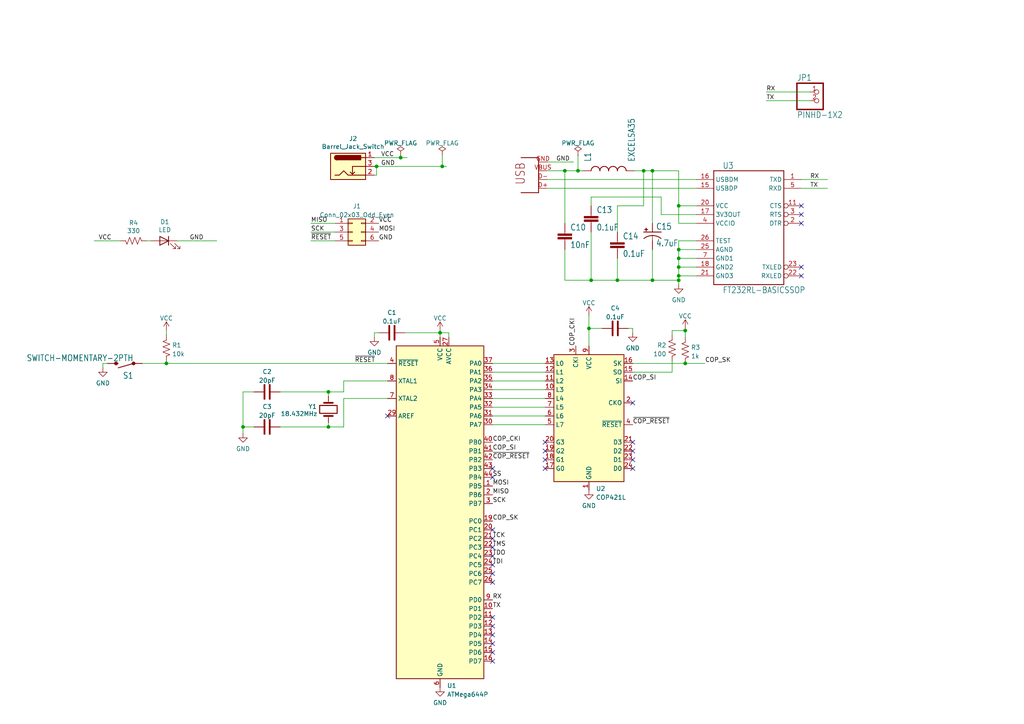
<source format=kicad_sch>
(kicad_sch (version 20211123) (generator eeschema)
  (paper "A4")
  (title_block (title "COP421 Reader") (company "RuleCity LLC"))
  (lib_symbols
    (symbol "Connector:Barrel_Jack_Switch" (pin_names hide)
      (property "Reference" "J" (at 0 5.334 0))
      (property "Value" "Barrel_Jack_Switch" (at 0 -5.08 0))
      (symbol "Barrel_Jack_Switch_0_1"
        (rectangle (start -5.08 3.81) (end 5.08 -3.81) (stroke (width 0.254)) (fill (type background)))
        (arc (start -3.302 3.175) (mid -3.937 2.54) (end -3.302 1.905) (stroke (width 0.254)))
        (arc (start -3.302 3.175) (mid -3.937 2.54) (end -3.302 1.905) (stroke (width 0.254)) (fill (type outline)))
        (polyline (pts (xy 1.27 -2.286) (xy 1.905 -1.651)) (stroke (width 0.254)))
        (polyline (pts (xy 5.08 2.54) (xy 3.81 2.54)) (stroke (width 0.254)))
        (polyline (pts (xy 5.08 0) (xy 1.27 0) (xy 1.27 -2.286) (xy 0.635 -1.651)) (stroke (width 0.254)))
        (polyline (pts (xy -3.81 -2.54) (xy -2.54 -2.54) (xy -1.27 -1.27) (xy 0 -2.54) (xy 2.54 -2.54) (xy 5.08 -2.54)) (stroke (width 0.254)))
        (rectangle (start 3.683 3.175) (end -3.302 1.905) (stroke (width 0.254)) (fill (type outline)))
      )
      (symbol "Barrel_Jack_Switch_1_1"
        (pin passive line (at 7.62 2.54 180) (length 2.54) (name "~") (number "1"))
        (pin passive line (at 7.62 -2.54 180) (length 2.54) (name "~") (number "2"))
        (pin passive line (at 7.62 0 180) (length 2.54) (name "~") (number "3"))
      )
    )
    (symbol "Connector_Generic:Conn_02x03_Odd_Even" (pin_names (offset 1.016) hide)
      (property "Reference" "J" (at 1.27 5.08 0))
      (property "Value" "Conn_02x03_Odd_Even" (at 1.27 -5.08 0))
      (symbol "Conn_02x03_Odd_Even_1_1"
        (rectangle (start -1.27 -2.413) (end 0 -2.667) (stroke (width 0.1524)))
        (rectangle (start -1.27 0.127) (end 0 -0.127) (stroke (width 0.1524)))
        (rectangle (start -1.27 2.667) (end 0 2.413) (stroke (width 0.1524)))
        (rectangle (start -1.27 3.81) (end 3.81 -3.81) (stroke (width 0.254)) (fill (type background)))
        (rectangle (start 3.81 -2.413) (end 2.54 -2.667) (stroke (width 0.1524)))
        (rectangle (start 3.81 0.127) (end 2.54 -0.127) (stroke (width 0.1524)))
        (rectangle (start 3.81 2.667) (end 2.54 2.413) (stroke (width 0.1524)))
        (pin passive line (at -5.08 2.54 0) (length 3.81) (name "Pin_1") (number "1"))
        (pin passive line (at 7.62 2.54 180) (length 3.81) (name "Pin_2") (number "2"))
        (pin passive line (at -5.08 0 0) (length 3.81) (name "Pin_3") (number "3"))
        (pin passive line (at 7.62 0 180) (length 3.81) (name "Pin_4") (number "4"))
        (pin passive line (at -5.08 -2.54 0) (length 3.81) (name "Pin_5") (number "5"))
        (pin passive line (at 7.62 -2.54 180) (length 3.81) (name "Pin_6") (number "6"))
      )
    )
    (symbol "Device:C" (pin_numbers hide) (pin_names (offset 0.254))
      (property "Reference" "C" (at 0.635 2.54 0))
      (property "Value" "C" (at 0.635 -2.54 0))
      (symbol "C_0_1"
        (polyline (pts (xy -2.032 -0.762) (xy 2.032 -0.762)) (stroke (width 0.508)))
        (polyline (pts (xy -2.032 0.762) (xy 2.032 0.762)) (stroke (width 0.508)))
      )
      (symbol "C_1_1"
        (pin passive line (at 0 3.81 270) (length 2.794) (name "~") (number "1"))
        (pin passive line (at 0 -3.81 90) (length 2.794) (name "~") (number "2"))
      )
    )
    (symbol "Device:Crystal" (pin_numbers hide) (pin_names (offset 1.016) hide)
      (property "Reference" "Y" (at 0 3.81 0))
      (property "Value" "Crystal" (at 0 -3.81 0))
      (symbol "Crystal_0_1"
        (rectangle (start -1.143 2.54) (end 1.143 -2.54) (stroke (width 0.3048)))
        (polyline (pts (xy -2.54 0) (xy -1.905 0)))
        (polyline (pts (xy -1.905 -1.27) (xy -1.905 1.27)) (stroke (width 0.508)))
        (polyline (pts (xy 1.905 -1.27) (xy 1.905 1.27)) (stroke (width 0.508)))
        (polyline (pts (xy 2.54 0) (xy 1.905 0)))
      )
      (symbol "Crystal_1_1"
        (pin passive line (at -3.81 0 0) (length 1.27) (name "1") (number "1"))
        (pin passive line (at 3.81 0 180) (length 1.27) (name "2") (number "2"))
      )
    )
    (symbol "Device:LED" (pin_numbers hide) (pin_names (offset 1.016) hide)
      (property "Reference" "D" (at 0 2.54 0))
      (property "Value" "LED" (at 0 -2.54 0))
      (symbol "LED_0_1"
        (polyline (pts (xy -1.27 -1.27) (xy -1.27 1.27)) (stroke (width 0.254)))
        (polyline (pts (xy -1.27 0) (xy 1.27 0)))
        (polyline (pts (xy 1.27 -1.27) (xy 1.27 1.27) (xy -1.27 0) (xy 1.27 -1.27)) (stroke (width 0.254)))
        (polyline (pts (xy -3.048 -0.762) (xy -4.572 -2.286) (xy -3.81 -2.286) (xy -4.572 -2.286) (xy -4.572 -1.524)))
        (polyline (pts (xy -1.778 -0.762) (xy -3.302 -2.286) (xy -2.54 -2.286) (xy -3.302 -2.286) (xy -3.302 -1.524)))
      )
      (symbol "LED_1_1"
        (pin passive line (at -3.81 0 0) (length 2.54) (name "K") (number "1"))
        (pin passive line (at 3.81 0 180) (length 2.54) (name "A") (number "2"))
      )
    )
    (symbol "Device:R_US" (pin_numbers hide) (pin_names (offset 0))
      (property "Reference" "R" (at 2.54 0 90))
      (property "Value" "R_US" (at -2.54 0 90))
      (symbol "R_US_0_1"
        (polyline (pts (xy 0 -2.286) (xy 0 -2.54)))
        (polyline (pts (xy 0 2.286) (xy 0 2.54)))
        (polyline (pts (xy 0 -0.762) (xy 1.016 -1.143) (xy 0 -1.524) (xy -1.016 -1.905) (xy 0 -2.286)))
        (polyline (pts (xy 0 0.762) (xy 1.016 0.381) (xy 0 0) (xy -1.016 -0.381) (xy 0 -0.762)))
        (polyline (pts (xy 0 2.286) (xy 1.016 1.905) (xy 0 1.524) (xy -1.016 1.143) (xy 0 0.762)))
      )
      (symbol "R_US_1_1"
        (pin passive line (at 0 3.81 270) (length 1.27) (name "~") (number "1"))
        (pin passive line (at 0 -3.81 90) (length 1.27) (name "~") (number "2"))
      )
    )
    (symbol "MCU_Microchip_ATmega:ATmega644P-20A"
      (property "Reference" "U" (at -12.7 49.53 0))
      (property "Value" "ATmega644P-20A" (at 2.54 -49.53 0))
      (symbol "ATmega644P-20A_0_1"
        (rectangle (start -12.7 -48.26) (end 12.7 48.26) (stroke (width 0.254)) (fill (type background)))
      )
      (symbol "ATmega644P-20A_1_1"
        (pin bidirectional line (at 15.24 7.62 180) (length 2.54) (name "PB5") (number "1"))
        (pin bidirectional line (at 15.24 -27.94 180) (length 2.54) (name "PD1") (number "10"))
        (pin bidirectional line (at 15.24 -30.48 180) (length 2.54) (name "PD2") (number "11"))
        (pin bidirectional line (at 15.24 -33.02 180) (length 2.54) (name "PD3") (number "12"))
        (pin bidirectional line (at 15.24 -35.56 180) (length 2.54) (name "PD4") (number "13"))
        (pin bidirectional line (at 15.24 -38.1 180) (length 2.54) (name "PD5") (number "14"))
        (pin bidirectional line (at 15.24 -40.64 180) (length 2.54) (name "PD6") (number "15"))
        (pin bidirectional line (at 15.24 -43.18 180) (length 2.54) (name "PD7") (number "16"))
        (pin passive line (at 0 50.8 270) (length 2.54) hide (name "VCC") (number "17"))
        (pin passive line (at 0 -50.8 90) (length 2.54) hide (name "GND") (number "18"))
        (pin bidirectional line (at 15.24 -2.54 180) (length 2.54) (name "PC0") (number "19"))
        (pin bidirectional line (at 15.24 5.08 180) (length 2.54) (name "PB6") (number "2"))
        (pin bidirectional line (at 15.24 -5.08 180) (length 2.54) (name "PC1") (number "20"))
        (pin bidirectional line (at 15.24 -7.62 180) (length 2.54) (name "PC2") (number "21"))
        (pin bidirectional line (at 15.24 -10.16 180) (length 2.54) (name "PC3") (number "22"))
        (pin bidirectional line (at 15.24 -12.7 180) (length 2.54) (name "PC4") (number "23"))
        (pin bidirectional line (at 15.24 -15.24 180) (length 2.54) (name "PC5") (number "24"))
        (pin bidirectional line (at 15.24 -17.78 180) (length 2.54) (name "PC6") (number "25"))
        (pin bidirectional line (at 15.24 -20.32 180) (length 2.54) (name "PC7") (number "26"))
        (pin power_in line (at 2.54 50.8 270) (length 2.54) (name "AVCC") (number "27"))
        (pin passive line (at 0 -50.8 90) (length 2.54) hide (name "GND") (number "28"))
        (pin passive line (at -15.24 27.94 0) (length 2.54) (name "AREF") (number "29"))
        (pin bidirectional line (at 15.24 2.54 180) (length 2.54) (name "PB7") (number "3"))
        (pin bidirectional line (at 15.24 25.4 180) (length 2.54) (name "PA7") (number "30"))
        (pin bidirectional line (at 15.24 27.94 180) (length 2.54) (name "PA6") (number "31"))
        (pin bidirectional line (at 15.24 30.48 180) (length 2.54) (name "PA5") (number "32"))
        (pin bidirectional line (at 15.24 33.02 180) (length 2.54) (name "PA4") (number "33"))
        (pin bidirectional line (at 15.24 35.56 180) (length 2.54) (name "PA3") (number "34"))
        (pin bidirectional line (at 15.24 38.1 180) (length 2.54) (name "PA2") (number "35"))
        (pin bidirectional line (at 15.24 40.64 180) (length 2.54) (name "PA1") (number "36"))
        (pin bidirectional line (at 15.24 43.18 180) (length 2.54) (name "PA0") (number "37"))
        (pin passive line (at 0 50.8 270) (length 2.54) hide (name "VCC") (number "38"))
        (pin passive line (at 0 -50.8 90) (length 2.54) hide (name "GND") (number "39"))
        (pin input line (at -15.24 43.18 0) (length 2.54) (name "~{RESET}") (number "4"))
        (pin bidirectional line (at 15.24 20.32 180) (length 2.54) (name "PB0") (number "40"))
        (pin bidirectional line (at 15.24 17.78 180) (length 2.54) (name "PB1") (number "41"))
        (pin bidirectional line (at 15.24 15.24 180) (length 2.54) (name "PB2") (number "42"))
        (pin bidirectional line (at 15.24 12.7 180) (length 2.54) (name "PB3") (number "43"))
        (pin bidirectional line (at 15.24 10.16 180) (length 2.54) (name "PB4") (number "44"))
        (pin power_in line (at 0 50.8 270) (length 2.54) (name "VCC") (number "5"))
        (pin power_in line (at 0 -50.8 90) (length 2.54) (name "GND") (number "6"))
        (pin output line (at -15.24 33.02 0) (length 2.54) (name "XTAL2") (number "7"))
        (pin input line (at -15.24 38.1 0) (length 2.54) (name "XTAL1") (number "8"))
        (pin bidirectional line (at 15.24 -25.4 180) (length 2.54) (name "PD0") (number "9"))
      )
    )
    (symbol "StarRiderControls-eagle-import:CAP1206"
      (property "Reference" "C" (at 1.524 2.921 0))
      (property "Value" "CAP1206" (at 1.524 -2.159 0))
      (symbol "CAP1206_1_0"
        (rectangle (start -2.032 0.508) (end 2.032 1.016) (fill (type outline)))
        (rectangle (start -2.032 1.524) (end 2.032 2.032) (fill (type outline)))
        (polyline (pts (xy 0 0) (xy 0 0.508)) (stroke (width 0.1524)))
        (polyline (pts (xy 0 2.54) (xy 0 2.032)) (stroke (width 0.1524)))
        (pin passive line (at 0 5.08 270) (length 2.54) (name "1") (number "1"))
        (pin passive line (at 0 -2.54 90) (length 2.54) (name "2") (number "2"))
      )
    )
    (symbol "StarRiderControls-eagle-import:CAP_POL1206"
      (property "Reference" "C" (at 1.016 0.635 0))
      (property "Value" "CAP_POL1206" (at 1.016 -4.191 0))
      (symbol "CAP_POL1206_1_0"
        (rectangle (start -2.253 0.668) (end -1.364 0.795) (fill (type outline)))
        (rectangle (start -1.872 0.287) (end -1.745 1.176) (fill (type outline)))
        (arc (start 0 -1.0161) (mid -1.3021 -1.2302) (end -2.4669 -1.8504) (stroke (width 0.254)))
        (polyline (pts (xy -2.54 0) (xy 2.54 0)) (stroke (width 0.254)))
        (polyline (pts (xy 0 -1.016) (xy 0 -2.54)) (stroke (width 0.1524)))
        (arc (start 2.4892 -1.8542) (mid 1.3158 -1.2195) (end 0 -1) (stroke (width 0.254)))
        (pin passive line (at 0 2.54 270) (length 2.54) (name "+") (number "A"))
        (pin passive line (at 0 -5.08 90) (length 2.54) (name "-") (number "C"))
      )
    )
    (symbol "StarRiderControls-eagle-import:COP421L"
      (property "Reference" "U" (at -8.89 34.29 0))
      (property "Value" "COP421L" (at 10.16 34.29 0))
      (symbol "COP421L_0_1"
        (rectangle (start -10.16 33.02) (end 10.16 -3.81) (stroke (width 0.254)) (fill (type background)))
      )
      (symbol "COP421L_1_1"
        (pin power_in line (at 0 -6.35 90) (length 2.54) (name "GND") (number "1"))
        (pin bidirectional line (at -12.7 22.86 0) (length 2.54) (name "L3") (number "10"))
        (pin bidirectional line (at -12.7 25.4 0) (length 2.54) (name "L2") (number "11"))
        (pin bidirectional line (at -12.7 27.94 0) (length 2.54) (name "L1") (number "12"))
        (pin bidirectional line (at -12.7 30.48 0) (length 2.54) (name "L0") (number "13"))
        (pin input line (at 12.7 25.4 180) (length 2.54) (name "SI") (number "14"))
        (pin output line (at 12.7 27.94 180) (length 2.54) (name "SO") (number "15"))
        (pin output line (at 12.7 30.48 180) (length 2.54) (name "SK") (number "16"))
        (pin bidirectional line (at -12.7 0 0) (length 2.54) (name "G0") (number "17"))
        (pin bidirectional line (at -12.7 2.54 0) (length 2.54) (name "G1") (number "18"))
        (pin bidirectional line (at -12.7 5.08 0) (length 2.54) (name "G2") (number "19"))
        (pin input line (at 12.7 19.05 180) (length 2.54) (name "CKO") (number "2"))
        (pin bidirectional line (at -12.7 7.62 0) (length 2.54) (name "G3") (number "20"))
        (pin output line (at 12.7 7.62 180) (length 2.54) (name "D3") (number "21"))
        (pin output line (at 12.7 5.08 180) (length 2.54) (name "D2") (number "22"))
        (pin output line (at 12.7 2.54 180) (length 2.54) (name "D1") (number "23"))
        (pin output line (at 12.7 0 180) (length 2.54) (name "D0") (number "24"))
        (pin input line (at -3.81 35.56 270) (length 2.54) (name "CKI") (number "3"))
        (pin input line (at 12.7 12.7 180) (length 2.54) (name "~{RESET}") (number "4"))
        (pin bidirectional line (at -12.7 12.7 0) (length 2.54) (name "L7") (number "5"))
        (pin bidirectional line (at -12.7 15.24 0) (length 2.54) (name "L6") (number "6"))
        (pin bidirectional line (at -12.7 17.78 0) (length 2.54) (name "L5") (number "7"))
        (pin bidirectional line (at -12.7 20.32 0) (length 2.54) (name "L4") (number "8"))
        (pin power_in line (at 0 35.56 270) (length 2.54) (name "VCC") (number "9"))
      )
    )
    (symbol "StarRiderControls-eagle-import:EXCELSA35"
      (property "Value" "EXCELSA35" (at 2.54 -7.62 0))
      (symbol "EXCELSA35_1_0"
        (arc (start 0 -5.08) (mid 1.27 -3.81) (end 0 -2.54) (stroke (width 0.254)))
        (arc (start 0 -2.54) (mid 1.27 -1.27) (end 0 0) (stroke (width 0.254)))
        (arc (start 0 0) (mid 1.27 1.27) (end 0 2.54) (stroke (width 0.254)))
        (arc (start 0 2.54) (mid 1.27 3.81) (end 0 5.08) (stroke (width 0.254)))
        (pin passive line (at 0 7.62 270) (length 2.54) (name "1") (number "P1"))
        (pin passive line (at 0 -7.62 90) (length 2.54) (name "2") (number "P2"))
      )
    )
    (symbol "StarRiderControls-eagle-import:FT232RL-BASICSSOP"
      (property "Reference" "U" (at -7.62 15.748 0))
      (property "Value" "FT232RL-BASICSSOP" (at -7.62 -20.32 0))
      (symbol "FT232RL-BASICSSOP_1_0"
        (polyline (pts (xy -10.16 -17.78) (xy -10.16 15.24)) (stroke (width 0.254)))
        (polyline (pts (xy -10.16 15.24) (xy 10.16 15.24)) (stroke (width 0.254)))
        (polyline (pts (xy 10.16 -17.78) (xy -10.16 -17.78)) (stroke (width 0.254)))
        (polyline (pts (xy 10.16 15.24) (xy 10.16 -17.78)) (stroke (width 0.254)))
        (pin output line (at 15.24 12.7 180) (length 5.08) (name "TXD") (number "1"))
        (pin bidirectional inverted (at 15.24 5.08 180) (length 5.08) (name "CTS") (number "11"))
        (pin bidirectional line (at -15.24 10.16 0) (length 5.08) (name "USBDP") (number "15"))
        (pin bidirectional line (at -15.24 12.7 0) (length 5.08) (name "USBDM") (number "16"))
        (pin output line (at -15.24 2.54 0) (length 5.08) (name "3V3OUT") (number "17"))
        (pin power_in line (at -15.24 -12.7 0) (length 5.08) (name "GND2") (number "18"))
        (pin bidirectional inverted (at 15.24 0 180) (length 5.08) (name "DTR") (number "2"))
        (pin power_in line (at -15.24 5.08 0) (length 5.08) (name "VCC") (number "20"))
        (pin power_in line (at -15.24 -15.24 0) (length 5.08) (name "GND3") (number "21"))
        (pin bidirectional inverted (at 15.24 -15.24 180) (length 5.08) (name "RXLED") (number "22"))
        (pin bidirectional inverted (at 15.24 -12.7 180) (length 5.08) (name "TXLED") (number "23"))
        (pin power_in line (at -15.24 -7.62 0) (length 5.08) (name "AGND") (number "25"))
        (pin input line (at -15.24 -5.08 0) (length 5.08) (name "TEST") (number "26"))
        (pin bidirectional inverted (at 15.24 2.54 180) (length 5.08) (name "RTS") (number "3"))
        (pin power_in line (at -15.24 0 0) (length 5.08) (name "VCCIO") (number "4"))
        (pin input line (at 15.24 10.16 180) (length 5.08) (name "RXD") (number "5"))
        (pin power_in line (at -15.24 -10.16 0) (length 5.08) (name "GND1") (number "7"))
      )
    )
    (symbol "StarRiderControls-eagle-import:PINHD-1X2"
      (property "Reference" "JP" (at -6.35 5.715 0))
      (property "Value" "PINHD-1X2" (at -6.35 -5.08 0))
      (symbol "PINHD-1X2_1_0"
        (polyline (pts (xy -6.35 -2.54) (xy 1.27 -2.54)) (stroke (width 0.4064)))
        (polyline (pts (xy -6.35 5.08) (xy -6.35 -2.54)) (stroke (width 0.4064)))
        (polyline (pts (xy 1.27 -2.54) (xy 1.27 5.08)) (stroke (width 0.4064)))
        (polyline (pts (xy 1.27 5.08) (xy -6.35 5.08)) (stroke (width 0.4064)))
        (pin passive inverted (at -2.54 2.54 0) (length 2.54) (name "1") (number "1"))
        (pin passive inverted (at -2.54 0 0) (length 2.54) (name "2") (number "2"))
      )
    )
    (symbol "StarRiderControls-eagle-import:SWITCH-MOMENTARY-2PTH"
      (property "Reference" "S" (at -2.54 2.54 0))
      (property "Value" "SWITCH-MOMENTARY-2PTH" (at -2.54 -2.54 0))
      (symbol "SWITCH-MOMENTARY-2PTH_1_0"
        (circle (center -2.54 0) (radius 0.127) (stroke (width 0.4064)))
        (polyline (pts (xy -2.54 0) (xy 1.905 1.27)) (stroke (width 0.254)))
        (polyline (pts (xy 1.905 0) (xy 2.54 0)) (stroke (width 0.254)))
        (circle (center 2.54 0) (radius 0.127) (stroke (width 0.4064)))
        (pin passive line (at -5.08 0 0) (length 2.54) (name "1") (number "1"))
        (pin passive line (at 5.08 0 180) (length 2.54) (name "2") (number "3"))
      )
    )
    (symbol "StarRiderControls-eagle-import:USBPTH"
      (symbol "USBPTH_1_0"
        (polyline (pts (xy 0 -1.27) (xy 5.08 -1.27)) (stroke (width 0.254)))
        (polyline (pts (xy 0 8.89) (xy 0 -1.27)) (stroke (width 0.254)))
        (polyline (pts (xy 5.08 8.89) (xy 0 8.89)) (stroke (width 0.254)))
        (text "USB" (at 3.81 0 900) (effects (font (size 2.54 2.159)) (justify left bottom)))
        (pin bidirectional line (at -2.54 7.62 0) (length 2.54) (name "D+") (number "D+"))
        (pin bidirectional line (at -2.54 5.08 0) (length 2.54) (name "D-") (number "D-"))
        (pin power_in line (at -2.54 0 0) (length 2.54) (name "GND") (number "GND"))
        (pin power_in line (at -2.54 2.54 0) (length 2.54) (name "VBUS") (number "VBUS"))
      )
    )
    (symbol "power:GND" (power) (pin_names (offset 0))
      (property "Value" "GND" (at 0 -3.81 0))
      (symbol "GND_0_1"
        (polyline (pts (xy 0 0) (xy 0 -1.27) (xy 1.27 -1.27) (xy 0 -2.54) (xy -1.27 -1.27) (xy 0 -1.27)))
      )
      (symbol "GND_1_1"
        (pin power_in line (at 0 0 270) (length 0) hide (name "GND") (number "1"))
      )
    )
    (symbol "power:PWR_FLAG" (power) (pin_numbers hide) (pin_names (offset 0) hide)
      (property "Value" "PWR_FLAG" (at 0 3.81 0))
      (symbol "PWR_FLAG_0_0"
        (pin power_out line (at 0 0 90) (length 0) (name "pwr") (number "1"))
      )
      (symbol "PWR_FLAG_0_1"
        (polyline (pts (xy 0 0) (xy 0 1.27) (xy -1.016 1.905) (xy 0 2.54) (xy 1.016 1.905) (xy 0 1.27)))
      )
    )
    (symbol "power:VCC" (power) (pin_names (offset 0))
      (property "Value" "VCC" (at 0 3.81 0))
      (symbol "VCC_0_1"
        (polyline (pts (xy -0.762 1.27) (xy 0 2.54)))
        (polyline (pts (xy 0 0) (xy 0 2.54)))
        (polyline (pts (xy 0 2.54) (xy 0.762 1.27)))
      )
      (symbol "VCC_1_1"
        (pin power_in line (at 0 0 90) (length 0) hide (name "VCC") (number "1"))
      )
    )
  )
  (junction (at 196.85 77.47))
  (junction (at 170.815 95.25))
  (junction (at 189.23 49.53))
  (junction (at 179.07 81.28))
  (junction (at 198.755 95.885))
  (junction (at 167.64 49.53))
  (junction (at 196.85 80.01))
  (junction (at 48.26 105.41))
  (junction (at 127.635 96.52))
  (junction (at 95.25 123.825))
  (junction (at 196.85 81.28))
  (junction (at 171.45 81.28))
  (junction (at 196.85 72.39))
  (junction (at 163.83 49.53))
  (junction (at 70.485 123.825))
  (junction (at 196.85 59.69))
  (junction (at 128.27 48.26))
  (junction (at 189.23 81.28))
  (junction (at 198.755 105.41))
  (junction (at 196.85 74.93))
  (junction (at 109.22 48.26))
  (junction (at 95.25 113.665))
  (junction (at 186.69 49.53))
  (junction (at 116.205 45.72))
  (no_connect (at 142.875 189.23))
  (no_connect (at 232.41 59.69))
  (no_connect (at 158.115 135.89))
  (no_connect (at 158.115 130.81))
  (no_connect (at 158.115 133.35))
  (no_connect (at 232.41 80.01))
  (no_connect (at 142.875 181.61))
  (no_connect (at 232.41 77.47))
  (no_connect (at 158.115 128.27))
  (no_connect (at 142.875 156.21))
  (no_connect (at 232.41 62.23))
  (no_connect (at 142.875 166.37))
  (no_connect (at 142.875 168.91))
  (no_connect (at 142.875 191.77))
  (no_connect (at 142.875 161.29))
  (no_connect (at 142.875 186.69))
  (no_connect (at 142.875 163.83))
  (no_connect (at 183.515 133.35))
  (no_connect (at 142.875 158.75))
  (no_connect (at 142.875 135.89))
  (no_connect (at 232.41 64.77))
  (no_connect (at 183.515 130.81))
  (no_connect (at 142.875 153.67))
  (no_connect (at 183.515 135.89))
  (no_connect (at 142.875 138.43))
  (no_connect (at 142.875 179.07))
  (no_connect (at 112.395 120.65))
  (no_connect (at 142.875 184.15))
  (no_connect (at 183.515 116.84))
  (no_connect (at 183.515 128.27))
  (wire (pts (xy 130.175 96.52) (xy 127.635 96.52)))
  (wire (pts (xy 189.23 64.77) (xy 189.23 49.53)))
  (wire (pts (xy 117.475 96.52) (xy 127.635 96.52)))
  (wire (pts (xy 196.85 81.28) (xy 189.23 81.28)))
  (wire (pts (xy 142.875 118.11) (xy 158.115 118.11)))
  (wire (pts (xy 183.515 107.95) (xy 194.945 107.95)))
  (wire (pts (xy 142.875 105.41) (xy 158.115 105.41)))
  (wire (pts (xy 128.27 48.26) (xy 129.54 48.26)))
  (wire (pts (xy 158.75 54.61) (xy 201.93 54.61)))
  (wire (pts (xy 158.75 46.99) (xy 166.37 46.99)))
  (wire (pts (xy 158.75 49.53) (xy 163.83 49.53)))
  (wire (pts (xy 29.845 105.41) (xy 31.115 105.41)))
  (wire (pts (xy 130.175 97.79) (xy 130.175 96.52)))
  (wire (pts (xy 201.93 74.93) (xy 196.85 74.93)))
  (wire (pts (xy 170.815 95.25) (xy 170.815 100.33)))
  (wire (pts (xy 201.93 72.39) (xy 196.85 72.39)))
  (wire (pts (xy 128.27 45.085) (xy 128.27 48.26)))
  (wire (pts (xy 163.83 72.39) (xy 163.83 81.28)))
  (wire (pts (xy 95.25 113.665) (xy 95.25 114.935)))
  (wire (pts (xy 189.23 49.53) (xy 196.85 49.53)))
  (wire (pts (xy 108.585 48.26) (xy 109.22 48.26)))
  (wire (pts (xy 108.585 97.79) (xy 108.585 96.52)))
  (wire (pts (xy 171.45 59.69) (xy 171.45 57.15)))
  (wire (pts (xy 232.41 52.07) (xy 240.03 52.07)))
  (wire (pts (xy 168.91 49.53) (xy 167.64 49.53)))
  (wire (pts (xy 234.95 29.21) (xy 222.25 29.21)))
  (wire (pts (xy 142.875 123.19) (xy 158.115 123.19)))
  (wire (pts (xy 194.945 95.885) (xy 198.755 95.885)))
  (wire (pts (xy 204.47 105.41) (xy 198.755 105.41)))
  (wire (pts (xy 99.695 123.825) (xy 95.25 123.825)))
  (wire (pts (xy 201.93 80.01) (xy 196.85 80.01)))
  (wire (pts (xy 171.45 57.15) (xy 191.77 57.15)))
  (wire (pts (xy 48.26 105.41) (xy 112.395 105.41)))
  (wire (pts (xy 232.41 54.61) (xy 240.03 54.61)))
  (wire (pts (xy 196.85 69.85) (xy 201.93 69.85)))
  (wire (pts (xy 163.83 64.77) (xy 163.83 49.53)))
  (wire (pts (xy 99.695 115.57) (xy 99.695 123.825)))
  (wire (pts (xy 196.85 80.01) (xy 196.85 77.47)))
  (wire (pts (xy 198.755 105.41) (xy 183.515 105.41)))
  (wire (pts (xy 109.22 48.26) (xy 128.27 48.26)))
  (wire (pts (xy 179.07 74.93) (xy 179.07 81.28)))
  (wire (pts (xy 70.485 123.825) (xy 70.485 113.665)))
  (wire (pts (xy 142.875 120.65) (xy 158.115 120.65)))
  (wire (pts (xy 201.93 77.47) (xy 196.85 77.47)))
  (wire (pts (xy 34.925 69.85) (xy 27.305 69.85)))
  (wire (pts (xy 142.875 110.49) (xy 158.115 110.49)))
  (wire (pts (xy 142.875 113.03) (xy 158.115 113.03)))
  (wire (pts (xy 48.26 105.41) (xy 41.275 105.41)))
  (wire (pts (xy 108.585 96.52) (xy 109.855 96.52)))
  (wire (pts (xy 109.22 48.26) (xy 109.22 50.8)))
  (wire (pts (xy 198.755 95.885) (xy 198.755 97.79)))
  (wire (pts (xy 171.45 67.31) (xy 171.45 81.28)))
  (wire (pts (xy 186.69 49.53) (xy 189.23 49.53)))
  (wire (pts (xy 116.205 45.085) (xy 116.205 45.72)))
  (wire (pts (xy 127.635 95.885) (xy 127.635 96.52)))
  (wire (pts (xy 158.75 52.07) (xy 201.93 52.07)))
  (wire (pts (xy 142.875 115.57) (xy 158.115 115.57)))
  (wire (pts (xy 95.25 113.665) (xy 81.28 113.665)))
  (wire (pts (xy 194.945 97.155) (xy 194.945 95.885)))
  (wire (pts (xy 51.435 69.85) (xy 62.865 69.85)))
  (wire (pts (xy 234.95 26.67) (xy 222.25 26.67)))
  (wire (pts (xy 42.545 69.85) (xy 43.815 69.85)))
  (wire (pts (xy 99.695 113.665) (xy 95.25 113.665)))
  (wire (pts (xy 48.26 104.775) (xy 48.26 105.41)))
  (wire (pts (xy 196.85 82.55) (xy 196.85 81.28)))
  (wire (pts (xy 191.77 57.15) (xy 191.77 62.23)))
  (wire (pts (xy 116.205 45.72) (xy 118.11 45.72)))
  (wire (pts (xy 189.23 72.39) (xy 189.23 81.28)))
  (wire (pts (xy 112.395 115.57) (xy 99.695 115.57)))
  (wire (pts (xy 196.85 64.77) (xy 201.93 64.77)))
  (wire (pts (xy 29.845 106.68) (xy 29.845 105.41)))
  (wire (pts (xy 179.07 81.28) (xy 171.45 81.28)))
  (wire (pts (xy 196.85 49.53) (xy 196.85 59.69)))
  (wire (pts (xy 99.695 110.49) (xy 99.695 113.665)))
  (wire (pts (xy 196.85 81.28) (xy 196.85 80.01)))
  (wire (pts (xy 189.23 81.28) (xy 179.07 81.28)))
  (wire (pts (xy 70.485 123.825) (xy 73.66 123.825)))
  (wire (pts (xy 183.515 96.52) (xy 183.515 95.25)))
  (wire (pts (xy 198.755 95.25) (xy 198.755 95.885)))
  (wire (pts (xy 171.45 81.28) (xy 163.83 81.28)))
  (wire (pts (xy 196.85 59.69) (xy 196.85 64.77)))
  (wire (pts (xy 142.875 107.95) (xy 158.115 107.95)))
  (wire (pts (xy 167.64 49.53) (xy 163.83 49.53)))
  (wire (pts (xy 194.945 104.775) (xy 194.945 107.95)))
  (wire (pts (xy 90.17 64.77) (xy 97.155 64.77)))
  (wire (pts (xy 179.07 59.69) (xy 186.69 59.69)))
  (wire (pts (xy 90.17 69.85) (xy 97.155 69.85)))
  (wire (pts (xy 179.07 67.31) (xy 179.07 59.69)))
  (wire (pts (xy 196.85 77.47) (xy 196.85 74.93)))
  (wire (pts (xy 70.485 113.665) (xy 73.66 113.665)))
  (wire (pts (xy 184.15 49.53) (xy 186.69 49.53)))
  (wire (pts (xy 167.64 45.085) (xy 167.64 49.53)))
  (wire (pts (xy 186.69 59.69) (xy 186.69 49.53)))
  (wire (pts (xy 191.77 62.23) (xy 201.93 62.23)))
  (wire (pts (xy 112.395 110.49) (xy 99.695 110.49)))
  (wire (pts (xy 95.25 122.555) (xy 95.25 123.825)))
  (wire (pts (xy 196.85 74.93) (xy 196.85 72.39)))
  (wire (pts (xy 90.17 67.31) (xy 97.155 67.31)))
  (wire (pts (xy 108.585 45.72) (xy 116.205 45.72)))
  (wire (pts (xy 170.815 95.25) (xy 174.625 95.25)))
  (wire (pts (xy 70.485 125.73) (xy 70.485 123.825)))
  (wire (pts (xy 108.585 50.8) (xy 109.22 50.8)))
  (wire (pts (xy 196.85 72.39) (xy 196.85 69.85)))
  (wire (pts (xy 170.815 91.44) (xy 170.815 95.25)))
  (wire (pts (xy 127.635 96.52) (xy 127.635 97.79)))
  (wire (pts (xy 95.25 123.825) (xy 81.28 123.825)))
  (wire (pts (xy 48.26 95.885) (xy 48.26 97.155)))
  (wire (pts (xy 183.515 95.25) (xy 182.245 95.25)))
  (wire (pts (xy 196.85 59.69) (xy 201.93 59.69)))
  (label "COP_CKI" (at 167.005 100.33 90))
  (label "TCK" (at 142.875 156.21 0))
  (label "RX" (at 222.25 26.67 0) (effects (font (size 1.2446 1.2446))))
  (label "GND" (at 109.855 69.85 0))
  (label "COP_SK" (at 204.47 105.41 0))
  (label "COP_SK" (at 142.875 151.13 0))
  (label "VCC" (at 110.49 45.72 0))
  (label "VCC" (at 109.855 64.77 0))
  (label "~{RESET}" (at 102.87 105.41 0))
  (label "TMS" (at 142.875 158.75 0))
  (label "GND" (at 110.49 48.26 0))
  (label "RX" (at 234.95 52.07 0) (effects (font (size 1.2446 1.2446))))
  (label "SCK" (at 142.875 146.05 0))
  (label "VCC" (at 32.385 69.85 180))
  (label "~{COP_RESET}" (at 183.515 123.19 0))
  (label "SS" (at 142.875 138.43 0))
  (label "COP_SI" (at 183.515 110.49 0))
  (label "GND" (at 161.29 46.99 0) (effects (font (size 1.2446 1.2446))))
  (label "TX" (at 234.95 54.61 0) (effects (font (size 1.2446 1.2446))))
  (label "MOSI" (at 142.875 140.97 0))
  (label "COP_CKI" (at 142.875 128.27 0))
  (label "RX" (at 142.875 173.99 0))
  (label "TDO" (at 142.875 161.29 0))
  (label "MISO" (at 90.17 64.77 0))
  (label "GND" (at 59.055 69.85 180))
  (label "~{RESET}" (at 90.17 69.85 0))
  (label "TX" (at 222.25 29.21 0) (effects (font (size 1.2446 1.2446))))
  (label "MOSI" (at 109.855 67.31 0))
  (label "TX" (at 142.875 176.53 0))
  (label "TDI" (at 142.875 163.83 0))
  (label "COP_SI" (at 142.875 130.81 0))
  (label "SCK" (at 90.17 67.31 0))
  (label "MISO" (at 142.875 143.51 0))
  (label "~{COP_RESET}" (at 142.875 133.35 0))
  (symbol (lib_id "StarRiderControls-eagle-import:USBPTH") (at 156.21 46.99 180) (unit 1)
    (property "Reference" "X5" (effects hide))
    (property "Value" "USBPTH" (effects hide))
    (property "Footprint" "StarRiderControls:USB-B-PTH" (effects hide))
  )
  (symbol (lib_id "power:PWR_FLAG") (at 128.27 45.085 0) (unit 1)
    (property "Reference" "#FLG0101" (effects hide))
    (property "Value" "PWR_FLAG" (at 128.27 41.5092 0))
  )
  (symbol (lib_id "power:GND") (at 108.585 97.79 0) (mirror y) (unit 1)
    (property "Reference" "#PWR0107" (effects hide))
    (property "Value" "GND" (at 108.585 102.2334 0))
  )
  (symbol (lib_id "Device:R_US") (at 38.735 69.85 90) (mirror x) (unit 1)
    (property "Reference" "R4" (at 38.735 64.643 90))
    (property "Value" "330" (at 38.735 66.9544 90))
    (property "Footprint" "Resistor_SMD:R_1206_3216Metric_Pad1.30x1.75mm_HandSolder" (effects hide))
  )
  (symbol (lib_id "power:GND") (at 29.845 106.68 0) (mirror y) (unit 1)
    (property "Reference" "#PWR0103" (effects hide))
    (property "Value" "GND" (at 29.845 111.1234 0))
  )
  (symbol (lib_id "Device:Crystal") (at 95.25 118.745 270) (mirror x) (unit 1)
    (property "Reference" "Y1" (at 91.9226 117.9103 90) (effects (justify right)))
    (property "Value" "18.432MHz" (at 92.075 120.015 90) (effects (justify right)))
    (property "Footprint" "StarRiderControls:CRYSTAL-CSM-3X" (effects hide))
  )
  (symbol (lib_id "power:GND") (at 70.485 125.73 0) (mirror y) (unit 1)
    (property "Reference" "#PWR0101" (effects hide))
    (property "Value" "GND" (at 70.485 130.1734 0))
  )
  (symbol (lib_id "power:PWR_FLAG") (at 116.205 45.085 0) (unit 1)
    (property "Reference" "#FLG0102" (effects hide))
    (property "Value" "PWR_FLAG" (at 116.205 41.5092 0))
  )
  (symbol (lib_id "power:GND") (at 170.815 142.24 0) (unit 1)
    (property "Reference" "#PWR0111" (effects hide))
    (property "Value" "GND" (at 170.815 146.6834 0))
  )
  (symbol (lib_id "power:GND") (at 183.515 96.52 0) (unit 1)
    (property "Reference" "#PWR0110" (effects hide))
    (property "Value" "GND" (at 183.515 100.9634 0))
  )
  (symbol (lib_id "StarRiderControls-eagle-import:CAP1206") (at 179.07 72.39 0) (unit 1)
    (property "Reference" "C14" (at 180.594 69.469 0) (effects (font (size 1.778 1.5113)) (justify left bottom)))
    (property "Value" "0.1uF" (at 180.594 74.549 0) (effects (font (size 1.778 1.5113)) (justify left bottom)))
    (property "Footprint" "Capacitor_SMD:C_1206_3216Metric_Pad1.33x1.80mm_HandSolder" (effects hide))
  )
  (symbol (lib_id "Connector:Barrel_Jack_Switch") (at 100.965 48.26 0) (unit 1)
    (property "Reference" "J2" (at 102.4128 40.2082 0))
    (property "Value" "Barrel_Jack_Switch" (at 102.4128 42.5196 0))
    (property "Footprint" "Connector_BarrelJack:BarrelJack_Horizontal" (effects hide))
  )
  (symbol (lib_id "power:VCC") (at 170.815 91.44 0) (unit 1)
    (property "Reference" "#PWR0109" (effects hide))
    (property "Value" "VCC" (at 170.815 87.8642 0))
  )
  (symbol (lib_id "StarRiderControls-eagle-import:CAP1206") (at 163.83 69.85 0) (unit 1)
    (property "Reference" "C10" (at 165.354 66.929 0) (effects (font (size 1.778 1.5113)) (justify left bottom)))
    (property "Value" "10nF" (at 165.354 72.009 0) (effects (font (size 1.778 1.5113)) (justify left bottom)))
    (property "Footprint" "Capacitor_SMD:C_1206_3216Metric_Pad1.33x1.80mm_HandSolder" (effects hide))
  )
  (symbol (lib_id "power:GND") (at 196.85 82.55 0) (unit 1)
    (property "Reference" "#PWR0106" (effects hide))
    (property "Value" "GND" (at 196.85 86.9934 0))
  )
  (symbol (lib_id "power:VCC") (at 127.635 95.885 0) (unit 1)
    (property "Reference" "#PWR0105" (effects hide))
    (property "Value" "VCC" (at 127.635 92.3092 0))
  )
  (symbol (lib_id "Connector_Generic:Conn_02x03_Odd_Even") (at 102.235 67.31 0) (unit 1)
    (property "Reference" "J1" (at 103.505 59.8002 0))
    (property "Value" "Conn_02x03_Odd_Even" (at 103.505 62.3371 0))
    (property "Footprint" "Connector_PinHeader_2.54mm:PinHeader_2x03_P2.54mm_Vertical" (effects hide))
  )
  (symbol (lib_id "StarRiderControls-eagle-import:FT232RL-BASICSSOP") (at 217.17 64.77 0) (unit 1)
    (property "Reference" "U3" (at 209.55 49.022 0) (effects (font (size 1.778 1.5113)) (justify left bottom)))
    (property "Value" "FT232RL-BASICSSOP" (at 209.55 85.09 0) (effects (font (size 1.778 1.5113)) (justify left bottom)))
    (property "Footprint" "Package_SO:SSOP-28_5.3x10.2mm_P0.65mm" (effects hide))
  )
  (symbol (lib_id "Device:R_US") (at 198.755 101.6 0) (mirror y) (unit 1)
    (property "Reference" "R3" (at 200.406 100.7653 0) (effects (justify right)))
    (property "Value" "1k" (at 200.406 103.3022 0) (effects (justify right)))
    (property "Footprint" "Resistor_SMD:R_1206_3216Metric_Pad1.30x1.75mm_HandSolder" (effects hide))
  )
  (symbol (lib_id "StarRiderControls-eagle-import:CAP_POL1206") (at 189.23 67.31 0) (unit 1)
    (property "Reference" "C15" (at 190.246 66.675 0) (effects (font (size 1.778 1.5113)) (justify left bottom)))
    (property "Value" "4.7uF" (at 190.246 71.501 0) (effects (font (size 1.778 1.5113)) (justify left bottom)))
    (property "Footprint" "StarRiderControls:EIA3216" (effects hide))
  )
  (symbol (lib_id "power:GND") (at 127.635 199.39 0) (unit 1)
    (property "Reference" "#PWR0104" (effects hide))
    (property "Value" "GND" (at 127.635 203.8334 0))
  )
  (symbol (lib_id "Device:R_US") (at 194.945 100.965 0) (mirror x) (unit 1)
    (property "Reference" "R2" (at 193.294 100.1303 0) (effects (justify right)))
    (property "Value" "100" (at 193.294 102.6672 0) (effects (justify right)))
    (property "Footprint" "Resistor_SMD:R_1206_3216Metric_Pad1.30x1.75mm_HandSolder" (effects hide))
  )
  (symbol (lib_id "power:VCC") (at 48.26 95.885 0) (unit 1)
    (property "Reference" "#PWR0102" (effects hide))
    (property "Value" "VCC" (at 48.26 92.3092 0))
  )
  (symbol (lib_id "StarRiderControls-eagle-import:COP421L") (at 170.815 135.89 0) (unit 1)
    (property "Reference" "U2" (at 172.8344 141.7304 0) (effects (justify left)))
    (property "Value" "COP421L" (at 172.8344 144.2673 0) (effects (justify left)))
    (property "Footprint" "Package_DIP:DIP-24_W15.24mm_Socket" (effects hide))
  )
  (symbol (lib_id "power:VCC") (at 198.755 95.25 0) (unit 1)
    (property "Reference" "#PWR0108" (effects hide))
    (property "Value" "VCC" (at 198.755 91.6742 0))
  )
  (symbol (lib_id "MCU_Microchip_ATmega:ATmega644P-20A") (at 127.635 148.59 0) (unit 1)
    (property "Reference" "U1" (at 129.6544 198.8804 0) (effects (justify left)))
    (property "Value" "ATMega644P" (at 129.6544 201.4173 0) (effects (justify left)))
    (property "Footprint" "Package_QFP:TQFP-44_10x10mm_P0.8mm" (effects hide))
    (property "Datasheet" "http://ww1.microchip.com/downloads/en/DeviceDoc/Atmel-42744-ATmega644P_Datasheet.pdf" (effects hide))
  )
  (symbol (lib_id "Device:C") (at 77.47 113.665 270) (mirror x) (unit 1)
    (property "Reference" "C2" (at 77.47 107.8062 90))
    (property "Value" "20pF" (at 77.47 110.3431 90))
    (property "Footprint" "Capacitor_SMD:C_1206_3216Metric_Pad1.33x1.80mm_HandSolder" (effects hide))
  )
  (symbol (lib_id "power:PWR_FLAG") (at 167.64 45.085 0) (unit 1)
    (property "Reference" "#FLG01" (effects hide))
    (property "Value" "PWR_FLAG" (at 167.64 41.5092 0))
  )
  (symbol (lib_id "StarRiderControls-eagle-import:CAP1206") (at 171.45 64.77 0) (unit 1)
    (property "Reference" "C13" (at 172.974 61.849 0) (effects (font (size 1.778 1.5113)) (justify left bottom)))
    (property "Value" "0.1uF" (at 172.974 66.929 0) (effects (font (size 1.778 1.5113)) (justify left bottom)))
    (property "Footprint" "Capacitor_SMD:C_1206_3216Metric_Pad1.33x1.80mm_HandSolder" (effects hide))
  )
  (symbol (lib_id "StarRiderControls-eagle-import:PINHD-1X2") (at 237.49 29.21 0) (unit 1)
    (property "Reference" "JP1" (at 231.14 23.495 0) (effects (font (size 1.778 1.5113)) (justify left bottom)))
    (property "Value" "PINHD-1X2" (at 231.14 34.29 0) (effects (font (size 1.778 1.5113)) (justify left bottom)))
    (property "Footprint" "StarRiderControls:1X02" (effects hide))
  )
  (symbol (lib_id "Device:C") (at 113.665 96.52 270) (mirror x) (unit 1)
    (property "Reference" "C1" (at 113.665 90.6612 90))
    (property "Value" "0.1uF" (at 113.665 93.1981 90))
    (property "Footprint" "Capacitor_SMD:C_1206_3216Metric_Pad1.33x1.80mm_HandSolder" (effects hide))
  )
  (symbol (lib_id "StarRiderControls-eagle-import:SWITCH-MOMENTARY-2PTH") (at 36.195 105.41 180) (unit 1)
    (property "Reference" "S1" (at 38.735 107.95 0) (effects (font (size 1.778 1.5113)) (justify left bottom)))
    (property "Value" "SWITCH-MOMENTARY-2PTH" (at 38.735 102.87 0) (effects (font (size 1.778 1.5113)) (justify left bottom)))
    (property "Footprint" "StarRiderControls:TACTILE-PTH" (effects hide))
  )
  (symbol (lib_id "Device:R_US") (at 48.26 100.965 0) (mirror y) (unit 1)
    (property "Reference" "R1" (at 49.911 100.1303 0) (effects (justify right)))
    (property "Value" "10k" (at 49.911 102.6672 0) (effects (justify right)))
    (property "Footprint" "Resistor_SMD:R_1206_3216Metric_Pad1.30x1.75mm_HandSolder" (effects hide))
  )
  (symbol (lib_id "Device:C") (at 178.435 95.25 270) (mirror x) (unit 1)
    (property "Reference" "C4" (at 178.435 89.3912 90))
    (property "Value" "0.1uF" (at 178.435 91.9281 90))
    (property "Footprint" "Capacitor_SMD:C_1206_3216Metric_Pad1.33x1.80mm_HandSolder" (effects hide))
  )
  (symbol (lib_id "Device:LED") (at 47.625 69.85 0) (mirror y) (unit 1)
    (property "Reference" "D1" (at 47.8028 64.3636 0))
    (property "Value" "LED" (at 47.8028 66.675 0))
    (property "Footprint" "LED_SMD:LED_1206_3216Metric_Pad1.42x1.75mm_HandSolder" (effects hide))
  )
  (symbol (lib_id "Device:C") (at 77.47 123.825 270) (mirror x) (unit 1)
    (property "Reference" "C3" (at 77.47 117.9662 90))
    (property "Value" "20pF" (at 77.47 120.5031 90))
    (property "Footprint" "Capacitor_SMD:C_1206_3216Metric_Pad1.33x1.80mm_HandSolder" (effects hide))
  )
  (symbol (lib_id "StarRiderControls-eagle-import:EXCELSA35") (at 176.53 49.53 90) (unit 1)
    (property "Reference" "L1" (at 171.45 46.99 0) (effects (font (size 1.778 1.5113)) (justify left bottom)))
    (property "Value" "EXCELSA35" (at 184.15 46.99 0) (effects (font (size 1.778 1.5113)) (justify left bottom)))
    (property "Footprint" "StarRiderControls:EXCELSA35" (effects hide))
  )
)
</source>
